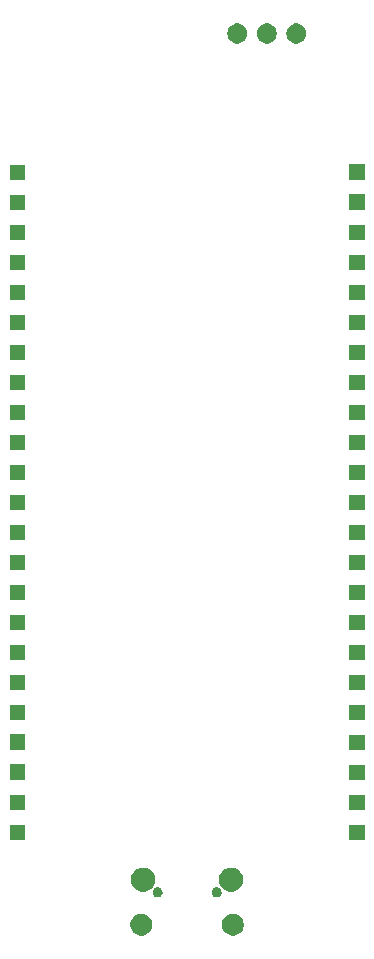
<source format=gbr>
G04 #@! TF.GenerationSoftware,KiCad,Pcbnew,(5.1.4)-1*
G04 #@! TF.CreationDate,2019-10-25T14:32:54-02:30*
G04 #@! TF.ProjectId,GeneralMCU,47656e65-7261-46c4-9d43-552e6b696361,rev?*
G04 #@! TF.SameCoordinates,Original*
G04 #@! TF.FileFunction,Soldermask,Bot*
G04 #@! TF.FilePolarity,Negative*
%FSLAX46Y46*%
G04 Gerber Fmt 4.6, Leading zero omitted, Abs format (unit mm)*
G04 Created by KiCad (PCBNEW (5.1.4)-1) date 2019-10-25 14:32:54*
%MOMM*%
%LPD*%
G04 APERTURE LIST*
%ADD10C,0.100000*%
G04 APERTURE END LIST*
D10*
G36*
X69144929Y-147310162D02*
G01*
X69144931Y-147310163D01*
X69144932Y-147310163D01*
X69313342Y-147379921D01*
X69464903Y-147481191D01*
X69464905Y-147481193D01*
X69464908Y-147481195D01*
X69593805Y-147610092D01*
X69593807Y-147610095D01*
X69593809Y-147610097D01*
X69695079Y-147761658D01*
X69764837Y-147930068D01*
X69800400Y-148108857D01*
X69800400Y-148291143D01*
X69764837Y-148469932D01*
X69695079Y-148638342D01*
X69593809Y-148789903D01*
X69593807Y-148789905D01*
X69593805Y-148789908D01*
X69464908Y-148918805D01*
X69464905Y-148918807D01*
X69464903Y-148918809D01*
X69313342Y-149020079D01*
X69144932Y-149089837D01*
X69144931Y-149089837D01*
X69144929Y-149089838D01*
X68966144Y-149125400D01*
X68783856Y-149125400D01*
X68605071Y-149089838D01*
X68605069Y-149089837D01*
X68605068Y-149089837D01*
X68436658Y-149020079D01*
X68285097Y-148918809D01*
X68285095Y-148918807D01*
X68285092Y-148918805D01*
X68156195Y-148789908D01*
X68156193Y-148789905D01*
X68156191Y-148789903D01*
X68054921Y-148638342D01*
X67985163Y-148469932D01*
X67949600Y-148291143D01*
X67949600Y-148108857D01*
X67985163Y-147930068D01*
X68054921Y-147761658D01*
X68156191Y-147610097D01*
X68156193Y-147610095D01*
X68156195Y-147610092D01*
X68285092Y-147481195D01*
X68285095Y-147481193D01*
X68285097Y-147481191D01*
X68436658Y-147379921D01*
X68605068Y-147310163D01*
X68605069Y-147310163D01*
X68605071Y-147310162D01*
X68783856Y-147274600D01*
X68966144Y-147274600D01*
X69144929Y-147310162D01*
X69144929Y-147310162D01*
G37*
G36*
X61394929Y-147310162D02*
G01*
X61394931Y-147310163D01*
X61394932Y-147310163D01*
X61563342Y-147379921D01*
X61714903Y-147481191D01*
X61714905Y-147481193D01*
X61714908Y-147481195D01*
X61843805Y-147610092D01*
X61843807Y-147610095D01*
X61843809Y-147610097D01*
X61945079Y-147761658D01*
X62014837Y-147930068D01*
X62050400Y-148108857D01*
X62050400Y-148291143D01*
X62014837Y-148469932D01*
X61945079Y-148638342D01*
X61843809Y-148789903D01*
X61843807Y-148789905D01*
X61843805Y-148789908D01*
X61714908Y-148918805D01*
X61714905Y-148918807D01*
X61714903Y-148918809D01*
X61563342Y-149020079D01*
X61394932Y-149089837D01*
X61394931Y-149089837D01*
X61394929Y-149089838D01*
X61216144Y-149125400D01*
X61033856Y-149125400D01*
X60855071Y-149089838D01*
X60855069Y-149089837D01*
X60855068Y-149089837D01*
X60686658Y-149020079D01*
X60535097Y-148918809D01*
X60535095Y-148918807D01*
X60535092Y-148918805D01*
X60406195Y-148789908D01*
X60406193Y-148789905D01*
X60406191Y-148789903D01*
X60304921Y-148638342D01*
X60235163Y-148469932D01*
X60199600Y-148291143D01*
X60199600Y-148108857D01*
X60235163Y-147930068D01*
X60304921Y-147761658D01*
X60406191Y-147610097D01*
X60406193Y-147610095D01*
X60406195Y-147610092D01*
X60535092Y-147481195D01*
X60535095Y-147481193D01*
X60535097Y-147481191D01*
X60686658Y-147379921D01*
X60855068Y-147310163D01*
X60855069Y-147310163D01*
X60855071Y-147310162D01*
X61033856Y-147274600D01*
X61216144Y-147274600D01*
X61394929Y-147310162D01*
X61394929Y-147310162D01*
G37*
G36*
X62562445Y-145028687D02*
G01*
X62624088Y-145040948D01*
X62701504Y-145073015D01*
X62771172Y-145119566D01*
X62830434Y-145178828D01*
X62876985Y-145248496D01*
X62909052Y-145325912D01*
X62925400Y-145408103D01*
X62925400Y-145491897D01*
X62909052Y-145574088D01*
X62876985Y-145651504D01*
X62830434Y-145721172D01*
X62771172Y-145780434D01*
X62701504Y-145826985D01*
X62624088Y-145859052D01*
X62562445Y-145871313D01*
X62541898Y-145875400D01*
X62458102Y-145875400D01*
X62437555Y-145871313D01*
X62375912Y-145859052D01*
X62298496Y-145826985D01*
X62228828Y-145780434D01*
X62169566Y-145721172D01*
X62123015Y-145651504D01*
X62090948Y-145574088D01*
X62074600Y-145491897D01*
X62074600Y-145408103D01*
X62090948Y-145325912D01*
X62123015Y-145248496D01*
X62169566Y-145178828D01*
X62228828Y-145119566D01*
X62298496Y-145073015D01*
X62375912Y-145040948D01*
X62437555Y-145028687D01*
X62458102Y-145024600D01*
X62541898Y-145024600D01*
X62562445Y-145028687D01*
X62562445Y-145028687D01*
G37*
G36*
X67562445Y-145028687D02*
G01*
X67624088Y-145040948D01*
X67701504Y-145073015D01*
X67771172Y-145119566D01*
X67830434Y-145178828D01*
X67876985Y-145248496D01*
X67909052Y-145325912D01*
X67925400Y-145408103D01*
X67925400Y-145491897D01*
X67909052Y-145574088D01*
X67876985Y-145651504D01*
X67830434Y-145721172D01*
X67771172Y-145780434D01*
X67701504Y-145826985D01*
X67624088Y-145859052D01*
X67562445Y-145871313D01*
X67541898Y-145875400D01*
X67458102Y-145875400D01*
X67437555Y-145871313D01*
X67375912Y-145859052D01*
X67298496Y-145826985D01*
X67228828Y-145780434D01*
X67169566Y-145721172D01*
X67123015Y-145651504D01*
X67090948Y-145574088D01*
X67074600Y-145491897D01*
X67074600Y-145408103D01*
X67090948Y-145325912D01*
X67123015Y-145248496D01*
X67169566Y-145178828D01*
X67228828Y-145119566D01*
X67298496Y-145073015D01*
X67375912Y-145040948D01*
X67437555Y-145028687D01*
X67458102Y-145024600D01*
X67541898Y-145024600D01*
X67562445Y-145028687D01*
X67562445Y-145028687D01*
G37*
G36*
X61425519Y-143384451D02*
G01*
X61574101Y-143414006D01*
X61760710Y-143491302D01*
X61928650Y-143603516D01*
X62071484Y-143746350D01*
X62183698Y-143914290D01*
X62260994Y-144100899D01*
X62300400Y-144299008D01*
X62300400Y-144500992D01*
X62260994Y-144699101D01*
X62183698Y-144885710D01*
X62071484Y-145053650D01*
X61928650Y-145196484D01*
X61760710Y-145308698D01*
X61574101Y-145385994D01*
X61425519Y-145415548D01*
X61375993Y-145425400D01*
X61174007Y-145425400D01*
X61124481Y-145415548D01*
X60975899Y-145385994D01*
X60789290Y-145308698D01*
X60621350Y-145196484D01*
X60478516Y-145053650D01*
X60366302Y-144885710D01*
X60289006Y-144699101D01*
X60249600Y-144500992D01*
X60249600Y-144299008D01*
X60289006Y-144100899D01*
X60366302Y-143914290D01*
X60478516Y-143746350D01*
X60621350Y-143603516D01*
X60789290Y-143491302D01*
X60975899Y-143414006D01*
X61124481Y-143384451D01*
X61174007Y-143374600D01*
X61375993Y-143374600D01*
X61425519Y-143384451D01*
X61425519Y-143384451D01*
G37*
G36*
X68875519Y-143384451D02*
G01*
X69024101Y-143414006D01*
X69210710Y-143491302D01*
X69378650Y-143603516D01*
X69521484Y-143746350D01*
X69633698Y-143914290D01*
X69710994Y-144100899D01*
X69750400Y-144299008D01*
X69750400Y-144500992D01*
X69710994Y-144699101D01*
X69633698Y-144885710D01*
X69521484Y-145053650D01*
X69378650Y-145196484D01*
X69210710Y-145308698D01*
X69024101Y-145385994D01*
X68875519Y-145415548D01*
X68825993Y-145425400D01*
X68624007Y-145425400D01*
X68574481Y-145415548D01*
X68425899Y-145385994D01*
X68239290Y-145308698D01*
X68071350Y-145196484D01*
X67928516Y-145053650D01*
X67816302Y-144885710D01*
X67739006Y-144699101D01*
X67699600Y-144500992D01*
X67699600Y-144299008D01*
X67739006Y-144100899D01*
X67816302Y-143914290D01*
X67928516Y-143746350D01*
X68071350Y-143603516D01*
X68239290Y-143491302D01*
X68425899Y-143414006D01*
X68574481Y-143384451D01*
X68624007Y-143374600D01*
X68825993Y-143374600D01*
X68875519Y-143384451D01*
X68875519Y-143384451D01*
G37*
G36*
X51285400Y-141060400D02*
G01*
X49964600Y-141060400D01*
X49964600Y-139739600D01*
X51285400Y-139739600D01*
X51285400Y-141060400D01*
X51285400Y-141060400D01*
G37*
G36*
X80035400Y-141060400D02*
G01*
X78714600Y-141060400D01*
X78714600Y-139739600D01*
X80035400Y-139739600D01*
X80035400Y-141060400D01*
X80035400Y-141060400D01*
G37*
G36*
X51285400Y-138520400D02*
G01*
X49964600Y-138520400D01*
X49964600Y-137199600D01*
X51285400Y-137199600D01*
X51285400Y-138520400D01*
X51285400Y-138520400D01*
G37*
G36*
X80035400Y-138520400D02*
G01*
X78714600Y-138520400D01*
X78714600Y-137199600D01*
X80035400Y-137199600D01*
X80035400Y-138520400D01*
X80035400Y-138520400D01*
G37*
G36*
X80035400Y-135980400D02*
G01*
X78714600Y-135980400D01*
X78714600Y-134659600D01*
X80035400Y-134659600D01*
X80035400Y-135980400D01*
X80035400Y-135980400D01*
G37*
G36*
X51285400Y-135940400D02*
G01*
X49964600Y-135940400D01*
X49964600Y-134619600D01*
X51285400Y-134619600D01*
X51285400Y-135940400D01*
X51285400Y-135940400D01*
G37*
G36*
X80035400Y-133440400D02*
G01*
X78714600Y-133440400D01*
X78714600Y-132119600D01*
X80035400Y-132119600D01*
X80035400Y-133440400D01*
X80035400Y-133440400D01*
G37*
G36*
X51285400Y-133400400D02*
G01*
X49964600Y-133400400D01*
X49964600Y-132079600D01*
X51285400Y-132079600D01*
X51285400Y-133400400D01*
X51285400Y-133400400D01*
G37*
G36*
X80035400Y-130900400D02*
G01*
X78714600Y-130900400D01*
X78714600Y-129579600D01*
X80035400Y-129579600D01*
X80035400Y-130900400D01*
X80035400Y-130900400D01*
G37*
G36*
X51285400Y-130900400D02*
G01*
X49964600Y-130900400D01*
X49964600Y-129579600D01*
X51285400Y-129579600D01*
X51285400Y-130900400D01*
X51285400Y-130900400D01*
G37*
G36*
X51285400Y-128360400D02*
G01*
X49964600Y-128360400D01*
X49964600Y-127039600D01*
X51285400Y-127039600D01*
X51285400Y-128360400D01*
X51285400Y-128360400D01*
G37*
G36*
X80035400Y-128360400D02*
G01*
X78714600Y-128360400D01*
X78714600Y-127039600D01*
X80035400Y-127039600D01*
X80035400Y-128360400D01*
X80035400Y-128360400D01*
G37*
G36*
X51285400Y-125820400D02*
G01*
X49964600Y-125820400D01*
X49964600Y-124499600D01*
X51285400Y-124499600D01*
X51285400Y-125820400D01*
X51285400Y-125820400D01*
G37*
G36*
X80035400Y-125820400D02*
G01*
X78714600Y-125820400D01*
X78714600Y-124499600D01*
X80035400Y-124499600D01*
X80035400Y-125820400D01*
X80035400Y-125820400D01*
G37*
G36*
X51285400Y-123280400D02*
G01*
X49964600Y-123280400D01*
X49964600Y-121959600D01*
X51285400Y-121959600D01*
X51285400Y-123280400D01*
X51285400Y-123280400D01*
G37*
G36*
X80035400Y-123280400D02*
G01*
X78714600Y-123280400D01*
X78714600Y-121959600D01*
X80035400Y-121959600D01*
X80035400Y-123280400D01*
X80035400Y-123280400D01*
G37*
G36*
X80035400Y-120740400D02*
G01*
X78714600Y-120740400D01*
X78714600Y-119419600D01*
X80035400Y-119419600D01*
X80035400Y-120740400D01*
X80035400Y-120740400D01*
G37*
G36*
X51285400Y-120740400D02*
G01*
X49964600Y-120740400D01*
X49964600Y-119419600D01*
X51285400Y-119419600D01*
X51285400Y-120740400D01*
X51285400Y-120740400D01*
G37*
G36*
X51285400Y-118200400D02*
G01*
X49964600Y-118200400D01*
X49964600Y-116879600D01*
X51285400Y-116879600D01*
X51285400Y-118200400D01*
X51285400Y-118200400D01*
G37*
G36*
X80035400Y-118200400D02*
G01*
X78714600Y-118200400D01*
X78714600Y-116879600D01*
X80035400Y-116879600D01*
X80035400Y-118200400D01*
X80035400Y-118200400D01*
G37*
G36*
X51285400Y-115660400D02*
G01*
X49964600Y-115660400D01*
X49964600Y-114339600D01*
X51285400Y-114339600D01*
X51285400Y-115660400D01*
X51285400Y-115660400D01*
G37*
G36*
X80035400Y-115660400D02*
G01*
X78714600Y-115660400D01*
X78714600Y-114339600D01*
X80035400Y-114339600D01*
X80035400Y-115660400D01*
X80035400Y-115660400D01*
G37*
G36*
X51285400Y-113120400D02*
G01*
X49964600Y-113120400D01*
X49964600Y-111799600D01*
X51285400Y-111799600D01*
X51285400Y-113120400D01*
X51285400Y-113120400D01*
G37*
G36*
X80035400Y-113120400D02*
G01*
X78714600Y-113120400D01*
X78714600Y-111799600D01*
X80035400Y-111799600D01*
X80035400Y-113120400D01*
X80035400Y-113120400D01*
G37*
G36*
X51285400Y-110580400D02*
G01*
X49964600Y-110580400D01*
X49964600Y-109259600D01*
X51285400Y-109259600D01*
X51285400Y-110580400D01*
X51285400Y-110580400D01*
G37*
G36*
X80035400Y-110580400D02*
G01*
X78714600Y-110580400D01*
X78714600Y-109259600D01*
X80035400Y-109259600D01*
X80035400Y-110580400D01*
X80035400Y-110580400D01*
G37*
G36*
X51285400Y-108040400D02*
G01*
X49964600Y-108040400D01*
X49964600Y-106719600D01*
X51285400Y-106719600D01*
X51285400Y-108040400D01*
X51285400Y-108040400D01*
G37*
G36*
X80035400Y-108040400D02*
G01*
X78714600Y-108040400D01*
X78714600Y-106719600D01*
X80035400Y-106719600D01*
X80035400Y-108040400D01*
X80035400Y-108040400D01*
G37*
G36*
X51285400Y-105500400D02*
G01*
X49964600Y-105500400D01*
X49964600Y-104179600D01*
X51285400Y-104179600D01*
X51285400Y-105500400D01*
X51285400Y-105500400D01*
G37*
G36*
X80035400Y-105500400D02*
G01*
X78714600Y-105500400D01*
X78714600Y-104179600D01*
X80035400Y-104179600D01*
X80035400Y-105500400D01*
X80035400Y-105500400D01*
G37*
G36*
X80035400Y-102960400D02*
G01*
X78714600Y-102960400D01*
X78714600Y-101639600D01*
X80035400Y-101639600D01*
X80035400Y-102960400D01*
X80035400Y-102960400D01*
G37*
G36*
X51285400Y-102960400D02*
G01*
X49964600Y-102960400D01*
X49964600Y-101639600D01*
X51285400Y-101639600D01*
X51285400Y-102960400D01*
X51285400Y-102960400D01*
G37*
G36*
X80035400Y-100420400D02*
G01*
X78714600Y-100420400D01*
X78714600Y-99099600D01*
X80035400Y-99099600D01*
X80035400Y-100420400D01*
X80035400Y-100420400D01*
G37*
G36*
X51285400Y-100420400D02*
G01*
X49964600Y-100420400D01*
X49964600Y-99099600D01*
X51285400Y-99099600D01*
X51285400Y-100420400D01*
X51285400Y-100420400D01*
G37*
G36*
X80035400Y-97880400D02*
G01*
X78714600Y-97880400D01*
X78714600Y-96559600D01*
X80035400Y-96559600D01*
X80035400Y-97880400D01*
X80035400Y-97880400D01*
G37*
G36*
X51285400Y-97880400D02*
G01*
X49964600Y-97880400D01*
X49964600Y-96559600D01*
X51285400Y-96559600D01*
X51285400Y-97880400D01*
X51285400Y-97880400D01*
G37*
G36*
X80035400Y-95340400D02*
G01*
X78714600Y-95340400D01*
X78714600Y-94019600D01*
X80035400Y-94019600D01*
X80035400Y-95340400D01*
X80035400Y-95340400D01*
G37*
G36*
X51285400Y-95340400D02*
G01*
X49964600Y-95340400D01*
X49964600Y-94019600D01*
X51285400Y-94019600D01*
X51285400Y-95340400D01*
X51285400Y-95340400D01*
G37*
G36*
X80035400Y-92800400D02*
G01*
X78714600Y-92800400D01*
X78714600Y-91479600D01*
X80035400Y-91479600D01*
X80035400Y-92800400D01*
X80035400Y-92800400D01*
G37*
G36*
X51285400Y-92800400D02*
G01*
X49964600Y-92800400D01*
X49964600Y-91479600D01*
X51285400Y-91479600D01*
X51285400Y-92800400D01*
X51285400Y-92800400D01*
G37*
G36*
X51285400Y-90260400D02*
G01*
X49964600Y-90260400D01*
X49964600Y-88939600D01*
X51285400Y-88939600D01*
X51285400Y-90260400D01*
X51285400Y-90260400D01*
G37*
G36*
X80035400Y-90260400D02*
G01*
X78714600Y-90260400D01*
X78714600Y-88939600D01*
X80035400Y-88939600D01*
X80035400Y-90260400D01*
X80035400Y-90260400D01*
G37*
G36*
X51285400Y-87720400D02*
G01*
X49964600Y-87720400D01*
X49964600Y-86399600D01*
X51285400Y-86399600D01*
X51285400Y-87720400D01*
X51285400Y-87720400D01*
G37*
G36*
X80035400Y-87680400D02*
G01*
X78714600Y-87680400D01*
X78714600Y-86359600D01*
X80035400Y-86359600D01*
X80035400Y-87680400D01*
X80035400Y-87680400D01*
G37*
G36*
X51285400Y-85180400D02*
G01*
X49964600Y-85180400D01*
X49964600Y-83859600D01*
X51285400Y-83859600D01*
X51285400Y-85180400D01*
X51285400Y-85180400D01*
G37*
G36*
X80035400Y-85140400D02*
G01*
X78714600Y-85140400D01*
X78714600Y-83819600D01*
X80035400Y-83819600D01*
X80035400Y-85140400D01*
X80035400Y-85140400D01*
G37*
G36*
X74498053Y-71932280D02*
G01*
X74498055Y-71932281D01*
X74498056Y-71932281D01*
X74652817Y-71996385D01*
X74792094Y-72089447D01*
X74792096Y-72089449D01*
X74792099Y-72089451D01*
X74910549Y-72207901D01*
X74910551Y-72207904D01*
X74910553Y-72207906D01*
X75003615Y-72347183D01*
X75067719Y-72501944D01*
X75100400Y-72666244D01*
X75100400Y-72833756D01*
X75067719Y-72998056D01*
X75003615Y-73152817D01*
X74910553Y-73292094D01*
X74910551Y-73292096D01*
X74910549Y-73292099D01*
X74792099Y-73410549D01*
X74792096Y-73410551D01*
X74792094Y-73410553D01*
X74652817Y-73503615D01*
X74498056Y-73567719D01*
X74498055Y-73567719D01*
X74498053Y-73567720D01*
X74333757Y-73600400D01*
X74166243Y-73600400D01*
X74001947Y-73567720D01*
X74001945Y-73567719D01*
X74001944Y-73567719D01*
X73847183Y-73503615D01*
X73707906Y-73410553D01*
X73707904Y-73410551D01*
X73707901Y-73410549D01*
X73589451Y-73292099D01*
X73589449Y-73292096D01*
X73589447Y-73292094D01*
X73496385Y-73152817D01*
X73432281Y-72998056D01*
X73399600Y-72833756D01*
X73399600Y-72666244D01*
X73432281Y-72501944D01*
X73496385Y-72347183D01*
X73589447Y-72207906D01*
X73589449Y-72207904D01*
X73589451Y-72207901D01*
X73707901Y-72089451D01*
X73707904Y-72089449D01*
X73707906Y-72089447D01*
X73847183Y-71996385D01*
X74001944Y-71932281D01*
X74001945Y-71932281D01*
X74001947Y-71932280D01*
X74166243Y-71899600D01*
X74333757Y-71899600D01*
X74498053Y-71932280D01*
X74498053Y-71932280D01*
G37*
G36*
X71998053Y-71932280D02*
G01*
X71998055Y-71932281D01*
X71998056Y-71932281D01*
X72152817Y-71996385D01*
X72292094Y-72089447D01*
X72292096Y-72089449D01*
X72292099Y-72089451D01*
X72410549Y-72207901D01*
X72410551Y-72207904D01*
X72410553Y-72207906D01*
X72503615Y-72347183D01*
X72567719Y-72501944D01*
X72600400Y-72666244D01*
X72600400Y-72833756D01*
X72567719Y-72998056D01*
X72503615Y-73152817D01*
X72410553Y-73292094D01*
X72410551Y-73292096D01*
X72410549Y-73292099D01*
X72292099Y-73410549D01*
X72292096Y-73410551D01*
X72292094Y-73410553D01*
X72152817Y-73503615D01*
X71998056Y-73567719D01*
X71998055Y-73567719D01*
X71998053Y-73567720D01*
X71833757Y-73600400D01*
X71666243Y-73600400D01*
X71501947Y-73567720D01*
X71501945Y-73567719D01*
X71501944Y-73567719D01*
X71347183Y-73503615D01*
X71207906Y-73410553D01*
X71207904Y-73410551D01*
X71207901Y-73410549D01*
X71089451Y-73292099D01*
X71089449Y-73292096D01*
X71089447Y-73292094D01*
X70996385Y-73152817D01*
X70932281Y-72998056D01*
X70899600Y-72833756D01*
X70899600Y-72666244D01*
X70932281Y-72501944D01*
X70996385Y-72347183D01*
X71089447Y-72207906D01*
X71089449Y-72207904D01*
X71089451Y-72207901D01*
X71207901Y-72089451D01*
X71207904Y-72089449D01*
X71207906Y-72089447D01*
X71347183Y-71996385D01*
X71501944Y-71932281D01*
X71501945Y-71932281D01*
X71501947Y-71932280D01*
X71666243Y-71899600D01*
X71833757Y-71899600D01*
X71998053Y-71932280D01*
X71998053Y-71932280D01*
G37*
G36*
X69498053Y-71932280D02*
G01*
X69498055Y-71932281D01*
X69498056Y-71932281D01*
X69652817Y-71996385D01*
X69792094Y-72089447D01*
X69792096Y-72089449D01*
X69792099Y-72089451D01*
X69910549Y-72207901D01*
X69910551Y-72207904D01*
X69910553Y-72207906D01*
X70003615Y-72347183D01*
X70067719Y-72501944D01*
X70100400Y-72666244D01*
X70100400Y-72833756D01*
X70067719Y-72998056D01*
X70003615Y-73152817D01*
X69910553Y-73292094D01*
X69910551Y-73292096D01*
X69910549Y-73292099D01*
X69792099Y-73410549D01*
X69792096Y-73410551D01*
X69792094Y-73410553D01*
X69652817Y-73503615D01*
X69498056Y-73567719D01*
X69498055Y-73567719D01*
X69498053Y-73567720D01*
X69333757Y-73600400D01*
X69166243Y-73600400D01*
X69001947Y-73567720D01*
X69001945Y-73567719D01*
X69001944Y-73567719D01*
X68847183Y-73503615D01*
X68707906Y-73410553D01*
X68707904Y-73410551D01*
X68707901Y-73410549D01*
X68589451Y-73292099D01*
X68589449Y-73292096D01*
X68589447Y-73292094D01*
X68496385Y-73152817D01*
X68432281Y-72998056D01*
X68399600Y-72833756D01*
X68399600Y-72666244D01*
X68432281Y-72501944D01*
X68496385Y-72347183D01*
X68589447Y-72207906D01*
X68589449Y-72207904D01*
X68589451Y-72207901D01*
X68707901Y-72089451D01*
X68707904Y-72089449D01*
X68707906Y-72089447D01*
X68847183Y-71996385D01*
X69001944Y-71932281D01*
X69001945Y-71932281D01*
X69001947Y-71932280D01*
X69166243Y-71899600D01*
X69333757Y-71899600D01*
X69498053Y-71932280D01*
X69498053Y-71932280D01*
G37*
M02*

</source>
